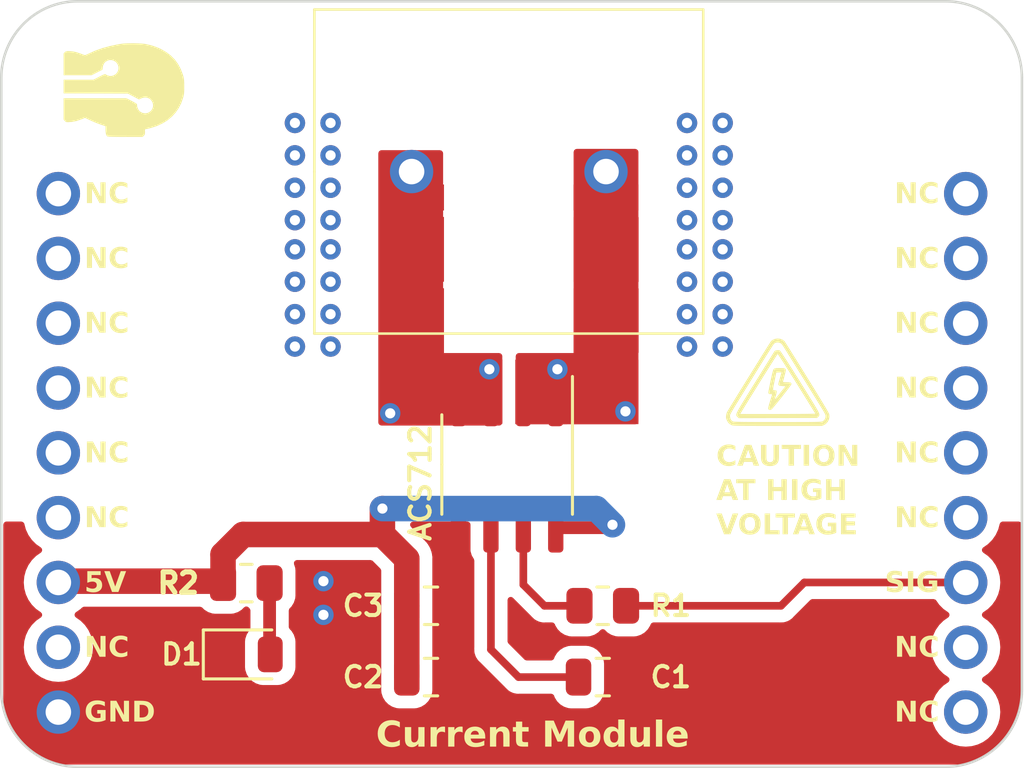
<source format=kicad_pcb>
(kicad_pcb (version 20221018) (generator pcbnew)
  (layers (0 "F.Cu" signal) (31 "B.Cu" signal) (34 "B.Paste" user) (35 "F.Paste" user) (36 "B.SilkS" user "B.Silkscreen") (37 "F.SilkS" user "F.Silkscreen") (38 "B.Mask" user) (39 "F.Mask" user) (44 "Edge.Cuts" user))
  (net 0 "")
  (net 1 "Net-(U1-FILTER)")
  (net 2 "GND")
  (net 3 "+5V")
  (net 4 "Net-(J1-Pin_1)")
  (net 5 "Net-(J1-Pin_2)")
  (net 6 "Net-(U1-VIOUT)")
  (net 7 "SIG")
  (net 23 "Net-(D1-A)")
  (footprint "Moduler_:pin_header" (layer "F.Cu") (at 101.346 93.9546)
    (fp_text reference "U3" hide)
    (fp_text value "~" hide)
    (fp_text user "NC" (at 15.24 -7.62 unlocked) (layer "F.SilkS") (effects (font (size 0.8 0.8) (thickness 0.2) bold) (justify left bottom)))
    (fp_text user "NC" (at 15.24 0 unlocked) (layer "F.SilkS") (effects (font (size 0.8 0.8) (thickness 0.2) bold) (justify left bottom)))
    (fp_text user "NC" (at -16.51 -7.62 unlocked) (layer "F.SilkS") (effects (font (size 0.8 0.8) (thickness 0.2) bold) (justify left bottom)))
    (fp_text user "NC" (at -16.51 -2.54 unlocked) (layer "F.SilkS") (effects (font (size 0.8 0.8) (thickness 0.2) bold) (justify left bottom)))
    (fp_text user "NC" (at -16.51 -10.16 unlocked) (layer "F.SilkS") (effects (font (size 0.8 0.8) (thickness 0.2) bold) (justify left bottom)))
    (fp_text user "NC" (at -16.51 0 unlocked) (layer "F.SilkS") (effects (font (size 0.8 0.8) (thickness 0.2) bold) (justify left bottom)))
    (fp_text user "5V" (at -16.51 5.08 unlocked) (layer "F.SilkS") (effects (font (size 0.8 0.8) (thickness 0.2) bold) (justify left bottom)))
    (fp_text user "NC" (at -16.51 2.54 unlocked) (layer "F.SilkS") (effects (font (size 0.8 0.8) (thickness 0.2) bold) (justify left bottom)))
    (fp_text user "NC" (at -16.51 -5.08 unlocked) (layer "F.SilkS") (effects (font (size 0.8 0.8) (thickness 0.2) bold) (justify left bottom)))
    (fp_text user "NC" (at 15.24 7.62 unlocked) (layer "F.SilkS") (effects (font (size 0.8 0.8) (thickness 0.2) bold) (justify left bottom)))
    (fp_text user "NC" (at 15.24 2.54 unlocked) (layer "F.SilkS") (effects (font (size 0.8 0.8) (thickness 0.2) bold) (justify left bottom)))
    (fp_text user "NC" (at 15.24 10.16 unlocked) (layer "F.SilkS") (effects (font (size 0.8 0.8) (thickness 0.2) bold) (justify left bottom)))
    (fp_text user "Current Module" (at -5.08 11.176 unlocked) (layer "F.SilkS") (effects (font (thickness 0.2) bold) (justify left bottom)))
    (fp_text user "NC" (at -16.51 7.62 unlocked) (layer "F.SilkS") (effects (font (size 0.8 0.8) (thickness 0.2) bold) (justify left bottom)))
    (fp_text user "NC" (at 15.24 -2.54 unlocked) (layer "F.SilkS") (effects (font (size 0.8 0.8) (thickness 0.2) bold) (justify left bottom)))
    (fp_text user "NC" (at 15.24 -5.08 unlocked) (layer "F.SilkS") (effects (font (size 0.8 0.8) (thickness 0.2) bold) (justify left bottom)))
    (fp_text user "GND" (at -16.51 10.16 unlocked) (layer "F.SilkS") (effects (font (size 0.8 0.8) (thickness 0.2) bold) (justify left bottom)))
    (fp_text user "NC" (at 15.24 -10.16 unlocked) (layer "F.SilkS") (effects (font (size 0.8 0.8) (thickness 0.2) bold) (justify left bottom)))
    (fp_text user "SIG" (at 14.859 5.08 unlocked) (layer "F.SilkS") (effects (font (size 0.8 0.8) (thickness 0.2) bold) (justify left bottom)))
    (fp_poly (pts (xy -14.485582 -16.559009) (xy -14.360573 -16.554745) (xy -14.248636 -16.54798) (xy -14.157002 -16.538775) (xy -14.117924 -16.532703) (xy -13.929469 -16.491549) (xy -13.759531 -16.440533) (xy -13.595569 -16.375574) (xy -13.505604 -16.333511) (xy -13.302009 -16.218091) (xy -13.123321 -16.083397) (xy -12.969118 -15.928915) (xy -12.838978 -15.754131) (xy -12.73248 -15.558531) (xy -12.6492 -15.3416) (xy -12.625721 -15.261504) (xy -12.612959 -15.20932) (xy -12.603846 -15.156964) (xy -12.597806 -15.097579) (xy -12.594264 -15.024306) (xy -12.592645 -14.930288) (xy -12.59236 -14.863654) (xy -12.592671 -14.758539) (xy -12.594379 -14.67766) (xy -12.598173 -14.613669) (xy -12.604739 -14.559219) (xy -12.614766 -14.506962) (xy -12.628942 -14.449549) (xy -12.632287 -14.43698) (xy -12.705714 -14.221543) (xy -12.805363 -14.022972) (xy -12.930147 -13.842253) (xy -13.078978 -13.68037) (xy -13.250768 -13.538308) (xy -13.444431 -13.417053) (xy -13.658878 -13.317589) (xy -13.893022 -13.240901) (xy -13.975535 -13.220506) (xy -14.129547 -13.185381) (xy -14.129547 -13.083439) (xy -14.131087 -13.025365) (xy -14.138019 -12.987709) (xy -14.153807 -12.959356) (xy -14.17572 -12.935324) (xy -14.221893 -12.889151) (xy -14.898388 -12.889632) (xy -15.093554 -12.890179) (xy -15.257188 -12.891522) (xy -15.389336 -12.893662) (xy -15.490047 -12.896601) (xy -15.559371 -12.900339) (xy -15.597354 -12.904877) (xy -15.604006 -12.907041) (xy -15.639705 -12.944721) (xy -15.663541 -13.009816) (xy -15.675744 -13.103144) (xy -15.677582 -13.169023) (xy -15.677607 -13.307746) (xy -15.877323 -13.375342) (xy -15.973613 -13.410249) (xy -16.083694 -13.453796) (xy -16.193274 -13.500154) (xy -16.27912 -13.539209) (xy -16.481202 -13.63548) (xy -16.625058 -13.577237) (xy -16.814264 -13.51298) (xy -16.995657 -13.477073) (xy -17.112214 -13.468483) (xy -17.172568 -13.467793) (xy -17.210949 -13.471228) (xy -17.236949 -13.481681) (xy -17.260163 -13.502045) (xy -17.274123 -13.517292) (xy -17.320343 -13.568879) (xy -17.320343 -13.987224) (xy -17.320343 -14.405569) (xy -16.086926 -14.405569) (xy -14.85351 -14.405569) (xy -14.643801 -14.294889) (xy -14.56284 -14.251731) (xy -14.506066 -14.219928) (xy -14.469493 -14.196546) (xy -14.449134 -14.178651) (xy -14.441003 -14.163308) (xy -14.441111 -14.147581) (xy -14.441413 -14.14592) (xy -14.43976 -14.092795) (xy -14.421236 -14.027967) (xy -14.3904 -13.962942) (xy -14.35181 -13.909228) (xy -14.344762 -13.902005) (xy -14.296227 -13.865834) (xy -14.236644 -13.835404) (xy -14.214799 -13.827587) (xy -14.121045 -13.813694) (xy -14.033382 -13.827179) (xy -13.955509 -13.863953) (xy -13.891126 -13.919926) (xy -13.843932 -13.991011) (xy -13.817627 -14.073118) (xy -13.815911 -14.162158) (xy -13.838074 -14.243952) (xy -13.888707 -14.328311) (xy -13.95777 -14.389514) (xy -14.040589 -14.425955) (xy -14.132494 -14.436027) (xy -14.228811 -14.418125) (xy -14.281052 -14.396241) (xy -14.36193 -14.355321) (xy -14.581404 -14.471272) (xy -14.800878 -14.587224) (xy -16.06061 -14.591538) (xy -17.320343 -14.595853) (xy -17.320343 -14.86402) (xy -17.320343 -15.132186) (xy -16.736108 -15.132186) (xy -16.151873 -15.132186) (xy -15.92364 -15.25081) (xy -15.825628 -15.300328) (xy -15.752835 -15.333929) (xy -15.705794 -15.351385) (xy -15.685044 -15.352471) (xy -15.684533 -15.351839) (xy -15.664369 -15.334981) (xy -15.626413 -15.313259) (xy -15.608475 -15.304645) (xy -15.517344 -15.278515) (xy -15.42868 -15.280387) (xy -15.34665 -15.306716) (xy -15.27542 -15.353956) (xy -15.219157 -15.418565) (xy -15.182028 -15.496995) (xy -15.1682 -15.585704) (xy -15.178799 -15.670169) (xy -15.216089 -15.756834) (xy -15.2752 -15.826154) (xy -15.350432 -15.875231) (xy -15.436087 -15.901168) (xy -15.526465 -15.901066) (xy -15.594919 -15.881743) (xy -15.679764 -15.831605) (xy -15.7402 -15.761879) (xy -15.776844 -15.671686) (xy -15.787538 -15.6087) (xy -15.796027 -15.524455) (xy -16.008245 -15.415199) (xy -16.220463 -15.305942) (xy -16.770403 -15.305942) (xy -17.320343 -15.305942) (xy -17.320343 -15.73365) (xy -17.320343 -16.161358) (xy -17.27417 -16.207531) (xy -17.247441 -16.231634) (xy -17.221044 -16.24546) (xy -17.185152 -16.251797) (xy -17.129936 -16.253429) (xy -17.112261 -16.253429) (xy -16.965134 -16.242789) (xy -16.813828 -16.210492) (xy -16.650907 -16.15493) (xy -16.643254 -16.151886) (xy -16.580147 -16.127507) (xy -16.526736 -16.108472) (xy -16.490695 -16.097439) (xy -16.481152 -16.095743) (xy -16.459332 -16.102404) (xy -16.415439 -16.120594) (xy -16.35561 -16.147624) (xy -16.285983 -16.180807) (xy -16.277762 -16.184828) (xy -16.053998 -16.282606) (xy -15.80365 -16.369931) (xy -15.530295 -16.445763) (xy -15.237504 -16.509065) (xy -15.053614 -16.540657) (xy -14.971712 -16.549822) (xy -14.866727 -16.556178) (xy -14.74589 -16.559787) (xy -14.616431 -16.56071)) (fill solid) (layer "F.SilkS"))
    (fp_poly (pts (xy -19.759475 -15.361112) (xy -19.747896 -15.5134) (xy -19.728827 -15.663474) (xy -19.702457 -15.811146) (xy -19.668975 -15.956226) (xy -19.628568 -16.098527) (xy -19.581426 -16.23786) (xy -19.527736 -16.374037) (xy -19.467687 -16.506869) (xy -19.401468 -16.636168) (xy -19.329267 -16.761745) (xy -19.251272 -16.883413) (xy -19.167671 -17.000982) (xy -19.078654 -17.114264) (xy -18.984408 -17.223072) (xy -18.885122 -17.327215) (xy -18.780984 -17.426507) (xy -18.672182 -17.520758) (xy -18.558906 -17.609781) (xy -18.441343 -17.693386) (xy -18.319683 -17.771386) (xy -18.194112 -17.843591) (xy -18.06482 -17.909814) (xy -17.931995 -17.969866) (xy -17.795826 -18.023559) (xy -17.6565 -18.070704) (xy -17.514207 -18.111113) (xy -17.369134 -18.144597) (xy -17.221471 -18.170968) (xy -17.071405 -18.190038) (xy -16.919125 -18.201619) (xy -16.764819 -18.20552) (xy 17.238832 -18.20552) (xy 17.393137 -18.201619) (xy 17.545417 -18.190038) (xy 17.695483 -18.170968) (xy 17.843146 -18.144597) (xy 17.988219 -18.111113) (xy 18.130512 -18.070704) (xy 18.269837 -18.023559) (xy 18.406006 -17.969866) (xy 18.538831 -17.909814) (xy 18.668123 -17.843591) (xy 18.793694 -17.771386) (xy 18.915355 -17.693386) (xy 19.032917 -17.609781) (xy 19.146194 -17.520758) (xy 19.254995 -17.426507) (xy 19.359133 -17.327215) (xy 19.458419 -17.223072) (xy 19.552665 -17.114264) (xy 19.641683 -17.000982) (xy 19.725284 -16.883413) (xy 19.803279 -16.761745) (xy 19.87548 -16.636168) (xy 19.9417 -16.506869) (xy 20.001748 -16.374037) (xy 20.055438 -16.23786) (xy 20.102581 -16.098527) (xy 20.142987 -15.956226) (xy 20.17647 -15.811146) (xy 20.20284 -15.663474) (xy 20.221909 -15.5134) (xy 20.233488 -15.361112) (xy 20.23739 -15.206798) (xy 20.23739 8.797094) (xy 20.233488 8.951408) (xy 20.221909 9.103696) (xy 20.20284 9.25377) (xy 20.17647 9.401441) (xy 20.142987 9.546522) (xy 20.102581 9.688822) (xy 20.055438 9.828155) (xy 20.001748 9.964332) (xy 19.9417 10.097164) (xy 19.87548 10.226463) (xy 19.803279 10.352041) (xy 19.725284 10.473708) (xy 19.641683 10.591278) (xy 19.552665 10.70456) (xy 19.458419 10.813367) (xy 19.359133 10.917511) (xy 19.254995 11.016803) (xy 19.146194 11.111054) (xy 19.032917 11.200077) (xy 18.915355 11.283682) (xy 18.793694 11.361681) (xy 18.668123 11.433887) (xy 18.538831 11.50011) (xy 18.406006 11.560162) (xy 18.269837 11.613855) (xy 18.130512 11.661) (xy 17.988219 11.701409) (xy 17.843146 11.734893) (xy 17.695483 11.761265) (xy 17.545417 11.780334) (xy 17.393137 11.791915) (xy 17.238832 11.795817) (xy -16.764819 11.795817) (xy -16.919125 11.791915) (xy -17.071405 11.780334) (xy -17.221471 11.761265) (xy -17.369134 11.734893) (xy -17.514207 11.701409) (xy -17.6565 11.661) (xy -17.795826 11.613855) (xy -17.931995 11.560162) (xy -18.06482 11.50011) (xy -18.194112 11.433887) (xy -18.319683 11.361681) (xy -18.441343 11.283682) (xy -18.558906 11.200077) (xy -18.672182 11.111054) (xy -18.780984 11.016803) (xy -18.885122 10.917511) (xy -18.984408 10.813367) (xy -19.078654 10.70456) (xy -19.167671 10.591278) (xy -19.251272 10.473708) (xy -19.329267 10.352041) (xy -19.401468 10.226463) (xy -19.467687 10.097164) (xy -19.527736 9.964332) (xy -19.581426 9.828155) (xy -19.628568 9.688822) (xy -19.668975 9.546522) (xy -19.702457 9.401441) (xy -19.728827 9.25377) (xy -19.747896 9.103696) (xy -19.759475 8.951408) (xy -19.763377 8.797094) (xy -19.763377 -15.206798)) (stroke (width 0.1)) (fill none) (layer "Edge.Cuts"))
    (pad "1" thru_hole oval (at -17.526 -10.668) (size 1.7 1.7) (drill 1) (layers "*.Cu" "*.Mask"))
    (pad "2" thru_hole oval (at -17.526 -8.128) (size 1.7 1.7) (drill 1) (layers "*.Cu" "*.Mask"))
    (pad "3" thru_hole oval (at -17.526 -5.588) (size 1.7 1.7) (drill 1) (layers "*.Cu" "*.Mask"))
    (pad "4" thru_hole oval (at -17.526 -3.048) (size 1.7 1.7) (drill 1) (layers "*.Cu" "*.Mask"))
    (pad "5" thru_hole oval (at -17.526 -0.508) (size 1.7 1.7) (drill 1) (layers "*.Cu" "*.Mask"))
    (pad "6" thru_hole oval (at -17.526 2.032) (size 1.7 1.7) (drill 1) (layers "*.Cu" "*.Mask"))
    (pad "7" thru_hole oval (at -17.526 4.572) (size 1.7 1.7) (drill 1) (layers "*.Cu" "*.Mask") (net 3 "+5V"))
    (pad "8" thru_hole oval (at -17.526 7.112) (size 1.7 1.7) (drill 1) (layers "*.Cu" "*.Mask"))
    (pad "9" thru_hole oval (at -17.526 9.652) (size 1.7 1.7) (drill 1) (layers "*.Cu" "*.Mask") (net 2 "GND"))
    (pad "10" thru_hole oval (at 18.034 9.652) (size 1.7 1.7) (drill 1) (layers "*.Cu" "*.Mask"))
    (pad "11" thru_hole oval (at 18.034 7.112) (size 1.7 1.7) (drill 1) (layers "*.Cu" "*.Mask"))
    (pad "12" thru_hole oval (at 18.034 4.572) (size 1.7 1.7) (drill 1) (layers "*.Cu" "*.Mask") (net 7 "SIG"))
    (pad "13" thru_hole oval (at 18.034 2.032) (size 1.7 1.7) (drill 1) (layers "*.Cu" "*.Mask"))
    (pad "14" thru_hole oval (at 18.034 -0.508) (size 1.7 1.7) (drill 1) (layers "*.Cu" "*.Mask"))
    (pad "15" thru_hole oval (at 18.034 -3.048) (size 1.7 1.7) (drill 1) (layers "*.Cu" "*.Mask"))
    (pad "16" thru_hole oval (at 18.034 -5.588) (size 1.7 1.7) (drill 1) (layers "*.Cu" "*.Mask"))
    (pad "17" thru_hole oval (at 18.034 -8.128) (size 1.7 1.7) (drill 1) (layers "*.Cu" "*.Mask"))
    (pad "18" thru_hole oval (at 18.034 -10.668) (size 1.7 1.7) (drill 1) (layers "*.Cu" "*.Mask"))
  )
  (footprint "Package_SO:SOIC-8_3.9x4.9mm_P1.27mm" (layer "F.Cu") (at 101.408 93.90452 -90)
    (fp_text reference "U1" hide)
    (fp_text value "ACS712" (at 0.71048 3.4 90) (layer "F.SilkS") (effects (font (size 0.8 0.8) (thickness 0.16) bold)))
    (fp_line (start 0 -2.56) (end -3.45 -2.56) (stroke (width 0.12)) (layer "F.SilkS"))
    (fp_line (start 0 -2.56) (end 1.95 -2.56) (stroke (width 0.12)) (layer "F.SilkS"))
    (fp_line (start 0 2.56) (end -1.95 2.56) (stroke (width 0.12)) (layer "F.SilkS"))
    (fp_line (start 0 2.56) (end 1.95 2.56) (stroke (width 0.12)) (layer "F.SilkS"))
    (pad "1" smd roundrect (at -2.475 -1.905 270) (size 1.95 0.6) (layers "F.Cu" "F.Paste" "F.Mask") (net 5 "Net-(J1-Pin_2)"))
    (pad "2" smd roundrect (at -2.475 -0.635 270) (size 1.95 0.6) (layers "F.Cu" "F.Paste" "F.Mask") (net 5 "Net-(J1-Pin_2)"))
    (pad "3" smd roundrect (at -2.475 0.635 270) (size 1.95 0.6) (layers "F.Cu" "F.Paste" "F.Mask") (net 4 "Net-(J1-Pin_1)"))
    (pad "4" smd roundrect (at -2.475 1.905 270) (size 1.95 0.6) (layers "F.Cu" "F.Paste" "F.Mask") (net 4 "Net-(J1-Pin_1)"))
    (pad "5" smd roundrect (at 2.475 1.905 270) (size 1.95 0.6) (layers "F.Cu" "F.Paste" "F.Mask") (net 2 "GND"))
    (pad "6" smd roundrect (at 2.475 0.635 270) (size 1.95 0.6) (layers "F.Cu" "F.Paste" "F.Mask") (net 1 "Net-(U1-FILTER)"))
    (pad "7" smd roundrect (at 2.475 -0.635 270) (size 1.95 0.6) (layers "F.Cu" "F.Paste" "F.Mask") (net 6 "Net-(U1-VIOUT)"))
    (pad "8" smd roundrect (at 2.475 -1.905 270) (size 1.95 0.6) (layers "F.Cu" "F.Paste" "F.Mask") (net 3 "+5V"))
  )
  (footprint "barriyer:barriyer_7.62" (layer "F.Cu") (at 101.981 82.423)
    (fp_text reference "J1" hide)
    (fp_text value "Screw_Terminal_01x02" hide)
    (fp_line (start -8.128 -6.35) (end -8.128 0) (stroke (width 0.1)) (layer "F.SilkS"))
    (fp_line (start -8.128 0) (end -8.128 6.35) (stroke (width 0.1)) (layer "F.SilkS"))
    (fp_line (start -8.128 6.35) (end 7.112 6.35) (stroke (width 0.1)) (layer "F.SilkS"))
    (fp_line (start 7.112 -6.35) (end -8.128 -6.35) (stroke (width 0.1)) (layer "F.SilkS"))
    (fp_line (start 7.112 6.35) (end 7.112 -6.35) (stroke (width 0.1)) (layer "F.SilkS"))
    (pad "1" thru_hole circle (at -4.318 0) (size 1.7 1.7) (drill 1) (layers "*.Cu" "*.Mask") (net 4 "Net-(J1-Pin_1)"))
    (pad "1" smd rect (at -4.318 3.048) (size 2.54 2.54) (layers "F.Cu" "F.Paste" "F.Mask") (net 4 "Net-(J1-Pin_1)"))
    (pad "1" smd rect (at -4.318 5.0165 90) (size 7.493 0.254) (layers "F.Cu" "F.Paste" "F.Mask") (net 4 "Net-(J1-Pin_1)"))
    (pad "1" smd rect (at -4.318 5.842) (size 2.54 2.54) (layers "F.Cu" "F.Paste" "F.Mask") (net 4 "Net-(J1-Pin_1)"))
    (pad "1" smd rect (at -4.318 8.627997) (size 2.54 2.523994) (layers "F.Cu" "F.Paste" "F.Mask") (net 4 "Net-(J1-Pin_1)"))
    (pad "1" smd rect (at -4.317999 1.016) (size 2.539998 1.016) (layers "F.Cu" "F.Paste" "F.Mask") (net 4 "Net-(J1-Pin_1)"))
    (pad "1" smd rect (at -2.857499 8.636 180) (size 3.174998 0.254) (layers "F.Cu" "F.Paste" "F.Mask") (net 4 "Net-(J1-Pin_1)"))
    (pad "1" smd rect (at -1.778 8.627997) (size 2.032 2.523994) (layers "F.Cu" "F.Paste" "F.Mask") (net 4 "Net-(J1-Pin_1)"))
    (pad "2" smd rect (at 0.762 8.635999) (size 2.032 2.523992) (layers "F.Cu" "F.Paste" "F.Mask") (net 5 "Net-(J1-Pin_2)"))
    (pad "2" smd rect (at 2.032 8.636 180) (size 3.174998 0.254) (layers "F.Cu" "F.Paste" "F.Mask") (net 5 "Net-(J1-Pin_2)"))
    (pad "2" thru_hole circle (at 3.302 0) (size 1.7 1.7) (drill 1) (layers "*.Cu" "*.Mask") (net 5 "Net-(J1-Pin_2)"))
    (pad "2" smd rect (at 3.302 1.016) (size 2.539998 1.016) (layers "F.Cu" "F.Paste" "F.Mask") (net 5 "Net-(J1-Pin_2)"))
    (pad "2" smd rect (at 3.302 8.636) (size 2.54 2.523994) (layers "F.Cu" "F.Paste" "F.Mask") (net 5 "Net-(J1-Pin_2)"))
    (pad "2" smd rect (at 3.31 3.056003) (size 2.54 2.54) (layers "F.Cu" "F.Paste" "F.Mask") (net 5 "Net-(J1-Pin_2)"))
    (pad "2" smd rect (at 3.31 5.08 90) (size 7.247002 0.254) (layers "F.Cu" "F.Paste" "F.Mask") (net 5 "Net-(J1-Pin_2)"))
    (pad "2" smd rect (at 3.31 5.842003) (size 2.54 2.524) (layers "F.Cu" "F.Paste" "F.Mask") (net 5 "Net-(J1-Pin_2)"))
  )
  (footprint "Capacitor_SMD:C_0805_2012Metric" (layer "F.Cu") (at 105.156 102.235)
    (fp_text reference "C1" (at 2.667 0) (layer "F.SilkS") (effects (font (size 0.8 0.8) (thickness 0.16) bold)))
    (fp_text value "1nF" hide)
    (fp_line (start -0.261252 -0.735) (end 0.261252 -0.735) (stroke (width 0.12)) (layer "F.SilkS"))
    (fp_line (start -0.261252 0.735) (end 0.261252 0.735) (stroke (width 0.12)) (layer "F.SilkS"))
    (pad "1" smd roundrect (at -0.95 0) (size 1 1.45) (layers "F.Cu" "F.Paste" "F.Mask") (net 1 "Net-(U1-FILTER)"))
    (pad "2" smd roundrect (at 0.95 0) (size 1 1.45) (layers "F.Cu" "F.Paste" "F.Mask") (net 2 "GND"))
  )
  (footprint "Capacitor_SMD:C_0805_2012Metric" (layer "F.Cu") (at 98.425 99.441)
    (fp_text reference "C3" (at -2.667 0) (layer "F.SilkS") (effects (font (size 0.8 0.8) (thickness 0.16) bold)))
    (fp_text value "4.7uF" hide)
    (fp_line (start -0.261252 -0.735) (end 0.261252 -0.735) (stroke (width 0.12)) (layer "F.SilkS"))
    (fp_line (start -0.261252 0.735) (end 0.261252 0.735) (stroke (width 0.12)) (layer "F.SilkS"))
    (pad "1" smd roundrect (at -0.95 0) (size 1 1.45) (layers "F.Cu" "F.Paste" "F.Mask") (net 3 "+5V"))
    (pad "2" smd roundrect (at 0.95 0) (size 1 1.45) (layers "F.Cu" "F.Paste" "F.Mask") (net 2 "GND"))
  )
  (footprint "memin:ACS712" (layer "F.Cu") (at 112.014 90.678)
    (fp_text reference "G***" hide)
    (fp_text value "LOGO" hide)
    (fp_poly (pts (xy 0.055016 -1.252387) (xy 0.079773 -1.24453) (xy 0.095831 -1.226504) (xy 0.128337 -1.181566) (xy 0.176195 -1.11143) (xy 0.238311 -1.017812) (xy 0.31359 -0.902427) (xy 0.400936 -0.76699) (xy 0.499254 -0.613216) (xy 0.607449 -0.442822) (xy 0.724426 -0.257521) (xy 0.84909 -0.05903) (xy 0.980346 0.150937) (xy 1.117098 0.370663) (xy 1.258252 0.598435) (xy 1.313036 0.687097) (xy 1.402521 0.832489) (xy 1.4753 0.952412) (xy 1.53256 1.049807) (xy 1.57549 1.127615) (xy 1.605276 1.188779) (xy 1.623106 1.236238) (xy 1.630166 1.272936) (xy 1.627646 1.301813) (xy 1.616731 1.32581) (xy 1.598609 1.347869) (xy 1.585103 1.361086) (xy 1.541785 1.401785) (xy 0.006015 1.406242) (xy -1.529756 1.410699) (xy -1.579088 1.361367) (xy -1.595355 1.345345) (xy -1.609114 1.33044) (xy -1.619411 1.314785) (xy -1.625291 1.296512) (xy -1.6258 1.273752) (xy -1.619983 1.244639) (xy -1.619163 1.242301) (xy -1.468208 1.242301) (xy -1.451296 1.243395) (xy -1.403815 1.244325) (xy -1.32877 1.245096) (xy -1.229166 1.245711) (xy -1.108008 1.246175) (xy -0.968302 1.246494) (xy -0.813054 1.246672) (xy -0.645269 1.246714) (xy -0.467951 1.246625) (xy -0.284108 1.246408) (xy -0.096743 1.24607) (xy 0.091136 1.245615) (xy 0.276526 1.245047) (xy 0.45642 1.244371) (xy 0.627813 1.243592) (xy 0.7877 1.242715) (xy 0.933075 1.241744) (xy 1.060933 1.240684) (xy 1.168268 1.239541) (xy 1.252075 1.238318) (xy 1.269782 1.237985) (xy 1.473537 1.233907) (xy 1.046714 0.545605) (xy 0.880274 0.277603) (xy 0.726709 0.03115) (xy 0.586459 -0.193059) (xy 0.459969 -0.39433) (xy 0.347681 -0.57197) (xy 0.250037 -0.725283) (xy 0.16748 -0.853577) (xy 0.100453 -0.956156) (xy 0.049398 -1.032328) (xy 0.014757 -1.081398) (xy -0.003026 -1.102671) (xy -0.004996 -1.103534) (xy -0.015835 -1.08895) (xy -0.042674 -1.048452) (xy -0.083907 -0.984612) (xy -0.137931 -0.900002) (xy -0.20314 -0.797194) (xy -0.277929 -0.678762) (xy -0.360695 -0.547278) (xy -0.449833 -0.405314) (xy -0.543737 -0.255443) (xy -0.640804 -0.100238) (xy -0.739428 0.057729) (xy -0.838005 0.215886) (xy -0.934931 0.37166) (xy -1.028601 0.522478) (xy -1.11741 0.665768) (xy -1.199753 0.798957) (xy -1.274027 0.919473) (xy -1.338625 1.024743) (xy -1.391945 1.112194) (xy -1.432381 1.179255) (xy -1.458328 1.223352) (xy -1.468182 1.241913) (xy -1.468208 1.242301) (xy -1.619163 1.242301) (xy -1.606886 1.207304) (xy -1.585555 1.15988) (xy -1.555036 1.100498) (xy -1.514373 1.027291) (xy -1.462613 0.938391) (xy -1.398802 0.831931) (xy -1.321984 0.706042) (xy -1.231206 0.558856) (xy -1.125513 0.388507) (xy -1.00395 0.193126) (xy -0.882466 -0.002004) (xy -0.768733 -0.184712) (xy -0.659955 -0.359465) (xy -0.557461 -0.52413) (xy -0.462577 -0.676574) (xy -0.376633 -0.814663) (xy -0.300955 -0.936264) (xy -0.236872 -1.039242) (xy -0.18571 -1.121465) (xy -0.148799 -1.1808) (xy -0.127465 -1.215111) (xy -0.122617 -1.222926) (xy -0.096318 -1.239793) (xy -0.049443 -1.251234) (xy 0.005253 -1.255885)) (fill solid) (layer "F.SilkS"))
    (fp_poly (pts (xy 0.158244 -0.553422) (xy 0.214936 -0.550973) (xy 0.251701 -0.545566) (xy 0.275358 -0.536118) (xy 0.292725 -0.521547) (xy 0.295072 -0.519003) (xy 0.307464 -0.503855) (xy 0.314463 -0.487386) (xy 0.31549 -0.463682) (xy 0.309967 -0.426829) (xy 0.297314 -0.370913) (xy 0.276954 -0.290019) (xy 0.270024 -0.262989) (xy 0.2486 -0.180146) (xy 0.229689 -0.108216) (xy 0.215071 -0.05388) (xy 0.206525 -0.023819) (xy 0.205584 -0.020984) (xy 0.21045 -0.010452) (xy 0.237239 -0.003877) (xy 0.290201 -0.000629) (xy 0.347391 0) (xy 0.431144 0.002054) (xy 0.486736 0.009622) (xy 0.51941 0.024811) (xy 0.534409 0.049731) (xy 0.537211 0.076343) (xy 0.527059 0.095914) (xy 0.498507 0.137839) (xy 0.454415 0.198486) (xy 0.397642 0.274221) (xy 0.331048 0.361409) (xy 0.257492 0.456418) (xy 0.179833 0.555614) (xy 0.100931 0.655363) (xy 0.023645 0.752032) (xy -0.049166 0.841986) (xy -0.114643 0.921594) (xy -0.169925 0.98722) (xy -0.212154 1.035232) (xy -0.238281 1.061831) (xy -0.284838 1.086857) (xy -0.330757 1.087407) (xy -0.365396 1.063874) (xy -0.369663 1.057016) (xy -0.37501 1.037256) (xy -0.373573 1.00618) (xy -0.364357 0.95896) (xy -0.346369 0.89077) (xy -0.318615 0.796784) (xy -0.310789 0.771153) (xy -0.283621 0.682938) (xy -0.259386 0.60496) (xy -0.240016 0.543383) (xy -0.227446 0.504371) (xy -0.224132 0.494772) (xy -0.226085 0.476824) (xy -0.254342 0.470278) (xy -0.265436 0.47006) (xy -0.324854 0.464746) (xy -0.357566 0.446439) (xy -0.369084 0.411592) (xy -0.369332 0.403207) (xy -0.365884 0.374529) (xy -0.356179 0.318016) (xy -0.348491 0.277328) (xy -0.18137 0.277328) (xy -0.176544 0.303029) (xy -0.163956 0.31548) (xy -0.143408 0.31861) (xy -0.114705 0.316346) (xy -0.109339 0.315745) (xy -0.073637 0.317355) (xy -0.051377 0.333681) (xy -0.0426 0.367678) (xy -0.047346 0.422304) (xy -0.065655 0.500517) (xy -0.097568 0.605273) (xy -0.113968 0.654726) (xy -0.116897 0.66705) (xy -0.112795 0.668466) (xy -0.099461 0.656467) (xy -0.074695 0.628547) (xy -0.036295 0.582199) (xy 0.017938 0.514915) (xy 0.090206 0.424189) (xy 0.107098 0.402909) (xy 0.300248 0.159485) (xy 0.172845 0.151091) (xy 0.097405 0.144112) (xy 0.049625 0.131307) (xy 0.025916 0.106994) (xy 0.02269 0.065491) (xy 0.036357 0.001116) (xy 0.049309 -0.044513) (xy 0.072869 -0.125005) (xy 0.097657 -0.209994) (xy 0.118354 -0.281241) (xy 0.118566 -0.281972) (xy 0.149165 -0.387672) (xy 0.046395 -0.382699) (xy -0.056376 -0.377726) (xy -0.126985 -0.036505) (xy -0.151241 0.081462) (xy -0.168522 0.170472) (xy -0.17863 0.234451) (xy -0.18137 0.277328) (xy -0.348491 0.277328) (xy -0.341177 0.238623) (xy -0.321838 0.141305) (xy -0.29912 0.031017) (xy -0.277867 -0.069236) (xy -0.248688 -0.203422) (xy -0.224891 -0.308368) (xy -0.205435 -0.387791) (xy -0.189276 -0.445405) (xy -0.175373 -0.484926) (xy -0.162682 -0.510069) (xy -0.150161 -0.52455) (xy -0.150098 -0.524601) (xy -0.127642 -0.537986) (xy -0.095312 -0.546723) (xy -0.046384 -0.551691) (xy 0.025867 -0.553768) (xy 0.074804 -0.553998)) (fill solid) (layer "F.SilkS"))
    (fp_poly (pts (xy 0.092898 -1.702299) (xy 0.182327 -1.670565) (xy 0.255552 -1.616797) (xy 0.262164 -1.60965) (xy 0.27593 -1.589894) (xy 0.306062 -1.543593) (xy 0.35129 -1.472772) (xy 0.410344 -1.379459) (xy 0.481956 -1.265679) (xy 0.564854 -1.133459) (xy 0.65777 -0.984824) (xy 0.759434 -0.8218) (xy 0.868576 -0.646415) (xy 0.983928 -0.460693) (xy 1.104218 -0.266662) (xy 1.148508 -0.195133) (xy 1.304563 0.057317) (xy 1.443286 0.282466) (xy 1.565314 0.48138) (xy 1.671283 0.655122) (xy 1.76183 0.804758) (xy 1.837589 0.93135) (xy 1.899198 1.035964) (xy 1.947292 1.119662) (xy 1.982507 1.183511) (xy 2.005479 1.228573) (xy 2.016844 1.255913) (xy 2.017784 1.259367) (xy 2.025772 1.364772) (xy 2.003458 1.467158) (xy 1.953911 1.559804) (xy 1.880201 1.635991) (xy 1.831103 1.668102) (xy 1.749786 1.71236) (xy -0.00252 1.71236) (xy -0.28314 1.712353) (xy -0.532155 1.712307) (xy -0.751534 1.712184) (xy -0.943247 1.711944) (xy -1.109265 1.711551) (xy -1.251556 1.710965) (xy -1.372092 1.710148) (xy -1.472841 1.709062) (xy -1.555775 1.707668) (xy -1.622863 1.705929) (xy -1.676075 1.703805) (xy -1.71738 1.701258) (xy -1.74875 1.698251) (xy -1.772153 1.694744) (xy -1.78956 1.6907) (xy -1.802941 1.68608) (xy -1.814266 1.680846) (xy -1.821729 1.676952) (xy -1.884637 1.640086) (xy -1.928265 1.602581) (xy -1.963352 1.553206) (xy -1.99171 1.499209) (xy -2.018093 1.437909) (xy -2.028876 1.386648) (xy -2.027478 1.327792) (xy -2.026625 1.319096) (xy -2.025739 1.313999) (xy -1.871848 1.313999) (xy -1.871505 1.324945) (xy -1.870839 1.336815) (xy -1.870704 1.341755) (xy -1.855618 1.427518) (xy -1.815047 1.496183) (xy -1.764514 1.53614) (xy -1.753139 1.540074) (xy -1.7331 1.543568) (xy -1.702544 1.546647) (xy -1.659623 1.549337) (xy -1.602486 1.551664) (xy -1.529282 1.553653) (xy -1.43816 1.555331) (xy -1.327271 1.556723) (xy -1.194763 1.557854) (xy -1.038786 1.558751) (xy -0.85749 1.559439) (xy -0.649024 1.559944) (xy -0.411538 1.560292) (xy -0.14318 1.560509) (xy -0.008393 1.560571) (xy 0.269952 1.560649) (xy 0.516695 1.560637) (xy 0.733812 1.560503) (xy 0.923277 1.560217) (xy 1.087064 1.559745) (xy 1.227147 1.559056) (xy 1.345502 1.558117) (xy 1.444101 1.556897) (xy 1.524921 1.555364) (xy 1.589935 1.553485) (xy 1.641118 1.551229) (xy 1.680444 1.548563) (xy 1.709887 1.545456) (xy 1.731422 1.541875) (xy 1.747024 1.537788) (xy 1.758667 1.533164) (xy 1.7613 1.531865) (xy 1.823284 1.482577) (xy 1.86304 1.414214) (xy 1.875458 1.336376) (xy 1.874136 1.319898) (xy 1.872432 1.307237) (xy 1.869885 1.294359) (xy 1.865468 1.279544) (xy 1.858154 1.261071) (xy 1.846913 1.237218) (xy 1.830719 1.206266) (xy 1.808544 1.166493) (xy 1.779359 1.116178) (xy 1.742137 1.0536) (xy 1.69585 0.977039) (xy 1.639469 0.884774) (xy 1.571968 0.775083) (xy 1.492317 0.646246) (xy 1.39949 0.496543) (xy 1.292458 0.324251) (xy 1.170193 0.127651) (xy 1.031668 -0.094979) (xy 0.965408 -0.201454) (xy 0.85582 -0.377597) (xy 0.750082 -0.547646) (xy 0.649734 -0.709115) (xy 0.556319 -0.859521) (xy 0.471377 -0.996378) (xy 0.396451 -1.1172) (xy 0.333081 -1.219504) (xy 0.282811 -1.300805) (xy 0.24718 -1.358617) (xy 0.227732 -1.390455) (xy 0.227551 -1.390757) (xy 0.172324 -1.471652) (xy 0.118804 -1.523744) (xy 0.061062 -1.550925) (xy -0.00683 -1.557086) (xy -0.024104 -1.555974) (xy -0.081931 -1.546585) (xy -0.122693 -1.525596) (xy -0.156701 -1.492085) (xy -0.173296 -1.469007) (xy -0.206032 -1.419652) (xy -0.253447 -1.346334) (xy -0.314081 -1.25137) (xy -0.386472 -1.137073) (xy -0.469161 -1.005759) (xy -0.560686 -0.859743) (xy -0.659585 -0.701341) (xy -0.764399 -0.532866) (xy -0.873667 -0.356635) (xy -0.896974 -0.318968) (xy -1.049165 -0.072952) (xy -1.184696 0.146124) (xy -1.304526 0.339899) (xy -1.409618 0.510012) (xy -1.500931 0.658101) (xy -1.579428 0.785807) (xy -1.64607 0.894767) (xy -1.701816 0.986622) (xy -1.747629 1.063009) (xy -1.78447 1.125569) (xy -1.813298 1.175941) (xy -1.835077 1.215763) (xy -1.850766 1.246674) (xy -1.861326 1.270315) (xy -1.867719 1.288323) (xy -1.870906 1.302338) (xy -1.871848 1.313999) (xy -2.025739 1.313999) (xy -2.015495 1.255046) (xy -1.997833 1.19496) (xy -1.988301 1.172841) (xy -1.97284 1.1457) (xy -1.941473 1.093123) (xy -1.895701 1.017526) (xy -1.837022 0.921328) (xy -1.766938 0.806945) (xy -1.686948 0.676796) (xy -1.598551 0.533296) (xy -1.503249 0.378865) (xy -1.40254 0.215919) (xy -1.297924 0.046876) (xy -1.190903 -0.125847) (xy -1.082974 -0.299832) (xy -0.975639 -0.472663) (xy -0.870397 -0.64192) (xy -0.768749 -0.805188) (xy -0.672193 -0.960049) (xy -0.58223 -1.104085) (xy -0.50036 -1.234878) (xy -0.428083 -1.350012) (xy -0.366898 -1.447069) (xy -0.318306 -1.523632) (xy -0.283806 -1.577282) (xy -0.264898 -1.605603) (xy -0.262256 -1.609069) (xy -0.190311 -1.665383) (xy -0.101651 -1.699699) (xy -0.004504 -1.712007)) (fill solid) (layer "F.SilkS"))
  )
  (footprint "LED_SMD:LED_0805_2012Metric" (layer "F.Cu") (at 91.186 101.346)
    (fp_text reference "D1" (at -2.54 0) (layer "F.SilkS") (effects (font (size 0.8 0.8) (thickness 0.16) bold)))
    (fp_text value "LED" hide)
    (fp_line (start -1.685 -0.96) (end -1.685 0.96) (stroke (width 0.12)) (layer "F.SilkS"))
    (fp_line (start -1.685 0.96) (end 1 0.96) (stroke (width 0.12)) (layer "F.SilkS"))
    (fp_line (start 1 -0.96) (end -1.685 -0.96) (stroke (width 0.12)) (layer "F.SilkS"))
    (pad "1" smd roundrect (at -0.9375 0) (size 0.975 1.4) (layers "F.Cu" "F.Paste" "F.Mask") (net 2 "GND"))
    (pad "2" smd roundrect (at 0.9375 0) (size 0.975 1.4) (layers "F.Cu" "F.Paste" "F.Mask") (net 23 "Net-(D1-A)"))
  )
  (footprint "Capacitor_SMD:C_0805_2012Metric" (layer "F.Cu") (at 98.425 102.235)
    (fp_text reference "C2" (at -2.667 0) (layer "F.SilkS") (effects (font (size 0.8 0.8) (thickness 0.16) bold)))
    (fp_text value "100nF" hide)
    (fp_line (start -0.261252 -0.735) (end 0.261252 -0.735) (stroke (width 0.12)) (layer "F.SilkS"))
    (fp_line (start -0.261252 0.735) (end 0.261252 0.735) (stroke (width 0.12)) (layer "F.SilkS"))
    (pad "1" smd roundrect (at -0.95 0) (size 1 1.45) (layers "F.Cu" "F.Paste" "F.Mask") (net 3 "+5V"))
    (pad "2" smd roundrect (at 0.95 0) (size 1 1.45) (layers "F.Cu" "F.Paste" "F.Mask") (net 2 "GND"))
  )
  (footprint "Resistor_SMD:R_0805_2012Metric" (layer "F.Cu") (at 105.156 99.441)
    (fp_text reference "R1" (at 2.667 0) (layer "F.SilkS") (effects (font (size 0.8 0.8) (thickness 0.16) bold)))
    (fp_text value "1k" hide)
    (fp_line (start -0.227064 -0.735) (end 0.227064 -0.735) (stroke (width 0.12)) (layer "F.SilkS"))
    (fp_line (start -0.227064 0.735) (end 0.227064 0.735) (stroke (width 0.12)) (layer "F.SilkS"))
    (pad "1" smd roundrect (at -0.9125 0) (size 1.025 1.4) (layers "F.Cu" "F.Paste" "F.Mask") (roundrect_rratio 0.243902) (net 6 "Net-(U1-VIOUT)"))
    (pad "2" smd roundrect (at 0.9125 0) (size 1.025 1.4) (layers "F.Cu" "F.Paste" "F.Mask") (roundrect_rratio 0.243902) (net 7 "SIG"))
  )
  (footprint "Resistor_SMD:R_0805_2012Metric" (layer "F.Cu") (at 91.186 98.552 180)
    (fp_text reference "R2" (at 2.667 0) (layer "F.SilkS") (effects (font (size 0.8 0.8) (thickness 0.2) bold)))
    (fp_text value "470R" hide)
    (fp_line (start -0.227064 -0.735) (end 0.227064 -0.735) (stroke (width 0.12)) (layer "F.SilkS"))
    (fp_line (start -0.227064 0.735) (end 0.227064 0.735) (stroke (width 0.12)) (layer "F.SilkS"))
    (pad "1" smd roundrect (at -0.9125 0 180) (size 1.025 1.4) (layers "F.Cu" "F.Paste" "F.Mask") (roundrect_rratio 0.243902) (net 23 "Net-(D1-A)"))
    (pad "2" smd roundrect (at 0.9125 0 180) (size 1.025 1.4) (layers "F.Cu" "F.Paste" "F.Mask") (roundrect_rratio 0.243902) (net 3 "+5V"))
  )
  (gr_text "CAUTION \nAT HIGH\nVOLTAGE" (at 109.601 96.774) (layer "F.SilkS") (effects (font (size 0.8 0.8) (thickness 0.2) bold) (justify left bottom)))
  (via (at 109.855 80.518) (size 0.8) (drill 0.4) (layers "F.Cu" "B.Cu") (net 0))
  (via (at 109.855 81.788) (size 0.8) (drill 0.4) (layers "F.Cu" "B.Cu") (net 0))
  (via (at 93.091 88.011) (size 0.8) (drill 0.4) (layers "F.Cu" "B.Cu") (net 0))
  (via (at 93.091 89.281) (size 0.8) (drill 0.4) (layers "F.Cu" "B.Cu") (net 0))
  (via (at 108.458 80.518) (size 0.8) (drill 0.4) (layers "F.Cu" "B.Cu") (net 0))
  (via (at 93.091 84.328) (size 0.8) (drill 0.4) (layers "F.Cu" "B.Cu") (net 0))
  (via (at 109.855 89.281) (size 0.8) (drill 0.4) (layers "F.Cu" "B.Cu") (net 0))
  (via (at 109.855 85.471) (size 0.8) (drill 0.4) (layers "F.Cu" "B.Cu") (net 0))
  (via (at 93.091 85.471) (size 0.8) (drill 0.4) (layers "F.Cu" "B.Cu") (net 0))
  (via (at 94.488 85.471) (size 0.8) (drill 0.4) (layers "F.Cu" "B.Cu") (net 0))
  (via (at 94.488 81.788) (size 0.8) (drill 0.4) (layers "F.Cu" "B.Cu") (net 0))
  (via (at 94.488 86.741) (size 0.8) (drill 0.4) (layers "F.Cu" "B.Cu") (net 0))
  (via (at 108.458 84.328) (size 0.8) (drill 0.4) (layers "F.Cu" "B.Cu") (net 0))
  (via (at 109.855 86.741) (size 0.8) (drill 0.4) (layers "F.Cu" "B.Cu") (net 0))
  (via (at 94.488 84.328) (size 0.8) (drill 0.4) (layers "F.Cu" "B.Cu") (net 0))
  (via (at 108.458 85.471) (size 0.8) (drill 0.4) (layers "F.Cu" "B.Cu") (net 0))
  (via (at 94.488 80.518) (size 0.8) (drill 0.4) (layers "F.Cu" "B.Cu") (net 0))
  (via (at 108.458 86.741) (size 0.8) (drill 0.4) (layers "F.Cu" "B.Cu") (net 0))
  (via (at 108.458 81.788) (size 0.8) (drill 0.4) (layers "F.Cu" "B.Cu") (net 0))
  (via (at 93.091 86.741) (size 0.8) (drill 0.4) (layers "F.Cu" "B.Cu") (net 0))
  (via (at 93.091 83.058) (size 0.8) (drill 0.4) (layers "F.Cu" "B.Cu") (net 0))
  (via (at 108.458 89.281) (size 0.8) (drill 0.4) (layers "F.Cu" "B.Cu") (net 0))
  (via (at 93.091 81.788) (size 0.8) (drill 0.4) (layers "F.Cu" "B.Cu") (net 0))
  (via (at 109.855 88.011) (size 0.8) (drill 0.4) (layers "F.Cu" "B.Cu") (net 0))
  (via (at 108.458 83.058) (size 0.8) (drill 0.4) (layers "F.Cu" "B.Cu") (net 0))
  (via (at 94.488 88.011) (size 0.8) (drill 0.4) (layers "F.Cu" "B.Cu") (net 0))
  (via (at 109.855 84.328) (size 0.8) (drill 0.4) (layers "F.Cu" "B.Cu") (net 0))
  (via (at 94.488 83.058) (size 0.8) (drill 0.4) (layers "F.Cu" "B.Cu") (net 0))
  (via (at 109.855 83.058) (size 0.8) (drill 0.4) (layers "F.Cu" "B.Cu") (net 0))
  (via (at 108.458 88.011) (size 0.8) (drill 0.4) (layers "F.Cu" "B.Cu") (net 0))
  (via (at 94.488 89.281) (size 0.8) (drill 0.4) (layers "F.Cu" "B.Cu") (net 0))
  (via (at 93.091 80.518) (size 0.8) (drill 0.4) (layers "F.Cu" "B.Cu") (net 0))
  (segment (start 101.854 102.235) (end 104.206 102.235) (width 0.3) (layer "F.Cu") (net 1))
  (segment (start 100.773 96.37952) (end 100.773 101.154) (width 0.3) (layer "F.Cu") (net 1))
  (segment (start 100.773 101.154) (end 101.854 102.235) (width 0.3) (layer "F.Cu") (net 1))
  (via (at 94.2086 99.7966) (size 0.8) (drill 0.4) (layers "F.Cu" "B.Cu") (net 2))
  (via (at 94.2086 98.4758) (size 0.8) (drill 0.4) (layers "F.Cu" "B.Cu") (net 2))
  (segment (start 91.059 96.647) (end 96.52 96.647) (width 1) (layer "F.Cu") (net 3))
  (segment (start 90.19802 98.47652) (end 90.2735 98.552) (width 1) (layer "F.Cu") (net 3))
  (segment (start 97.475 97.602) (end 97.475 99.441) (width 1) (layer "F.Cu") (net 3))
  (segment (start 90.2735 98.552) (end 90.2735 97.4325) (width 1) (layer "F.Cu") (net 3))
  (segment (start 103.313 96.37952) (end 105.42348 96.37952) (width 0.5) (layer "F.Cu") (net 3))
  (segment (start 96.52 96.647) (end 96.52 95.631) (width 1) (layer "F.Cu") (net 3))
  (segment (start 96.52 96.647) (end 97.475 97.602) (width 1) (layer "F.Cu") (net 3))
  (segment (start 105.42348 96.37952) (end 105.537 96.266) (width 0.5) (layer "F.Cu") (net 3))
  (segment (start 90.2735 97.4325) (end 91.059 96.647) (width 1) (layer "F.Cu") (net 3))
  (segment (start 97.475 99.441) (end 97.475 102.235) (width 1) (layer "F.Cu") (net 3))
  (segment (start 83.915377 98.47652) (end 90.19802 98.47652) (width 1) (layer "F.Cu") (net 3))
  (via (at 96.52 95.631) (size 0.8) (drill 0.4) (layers "F.Cu" "B.Cu") (net 3))
  (via (at 105.537 96.266) (size 0.8) (drill 0.4) (layers "F.Cu" "B.Cu") (net 3))
  (segment (start 104.902 95.631) (end 105.537 96.266) (width 1) (layer "B.Cu") (net 3))
  (segment (start 96.52 95.631) (end 104.902 95.631) (width 1) (layer "B.Cu") (net 3))
  (via (at 100.711 90.17) (size 0.8) (drill 0.4) (layers "F.Cu" "B.Cu") (net 4))
  (via (at 96.8248 91.8972) (size 0.8) (drill 0.4) (layers "F.Cu" "B.Cu") (net 4))
  (via (at 106.045 91.821) (size 0.8) (drill 0.4) (layers "F.Cu" "B.Cu") (net 5))
  (via (at 103.378 90.17) (size 0.8) (drill 0.4) (layers "F.Cu" "B.Cu") (net 5))
  (segment (start 102.87 99.441) (end 104.2435 99.441) (width 0.3) (layer "F.Cu") (net 6))
  (segment (start 102.043 96.37952) (end 102.043 98.614) (width 0.3) (layer "F.Cu") (net 6))
  (segment (start 102.043 98.614) (end 102.87 99.441) (width 0.3) (layer "F.Cu") (net 6))
  (segment (start 112.141 99.441) (end 113.0554 98.5266) (width 0.3) (layer "F.Cu") (net 7))
  (segment (start 113.0554 98.5266) (end 119.425297 98.5266) (width 0.3) (layer "F.Cu") (net 7))
  (segment (start 106.0685 99.441) (end 112.141 99.441) (width 0.3) (layer "F.Cu") (net 7))
  (segment (start 119.425297 98.5266) (end 119.475377 98.47652) (width 0.3) (layer "F.Cu") (net 7))
  (segment (start 92.0985 98.552) (end 92.0985 101.321) (width 0.5) (layer "F.Cu") (net 23))
  (segment (start 92.0985 101.321) (end 92.1235 101.346) (width 0.5) (layer "F.Cu") (net 23))
  (zone (net 4) (net_name "Net-(J1-Pin_1)") (layer "F.Cu") (priority 5) (connect_pads yes (clearance 0.5)) (min_thickness 0.25) (fill yes (thermal_gap 0.5) (thermal_bridge_width 0.5))
    (polygon (pts (xy 101.219 89.535) (xy 101.219 92.377562) (xy 99.279994 92.377562) (xy 96.358994 92.377562) (xy 96.358994 89.662) (xy 96.358994 81.5848) (xy 98.898994 81.5848) (xy 98.898994 89.535)))
  )
  (zone (net 5) (net_name "Net-(J1-Pin_2)") (layer "F.Cu") (priority 5) (connect_pads yes (clearance 0.5)) (min_thickness 0.25) (fill yes (thermal_gap 0.5) (thermal_bridge_width 0.5))
    (polygon (pts (xy 101.743794 89.535) (xy 101.743794 92.326762) (xy 103.632 92.326762) (xy 106.553 92.326762) (xy 106.553 90.043) (xy 106.553 81.534) (xy 104.013 81.534) (xy 104.013 89.535)))
  )
  (zone (net 2) (net_name "GND") (layer "F.Cu") (connect_pads yes (clearance 0.5)) (min_thickness 0.25) (fill yes (thermal_gap 0.5) (thermal_bridge_width 0.5))
    (polygon (pts (xy 81.661 96.139) (xy 121.666 96.139) (xy 121.666 105.664) (xy 81.661 105.664)))
  )
)
</source>
